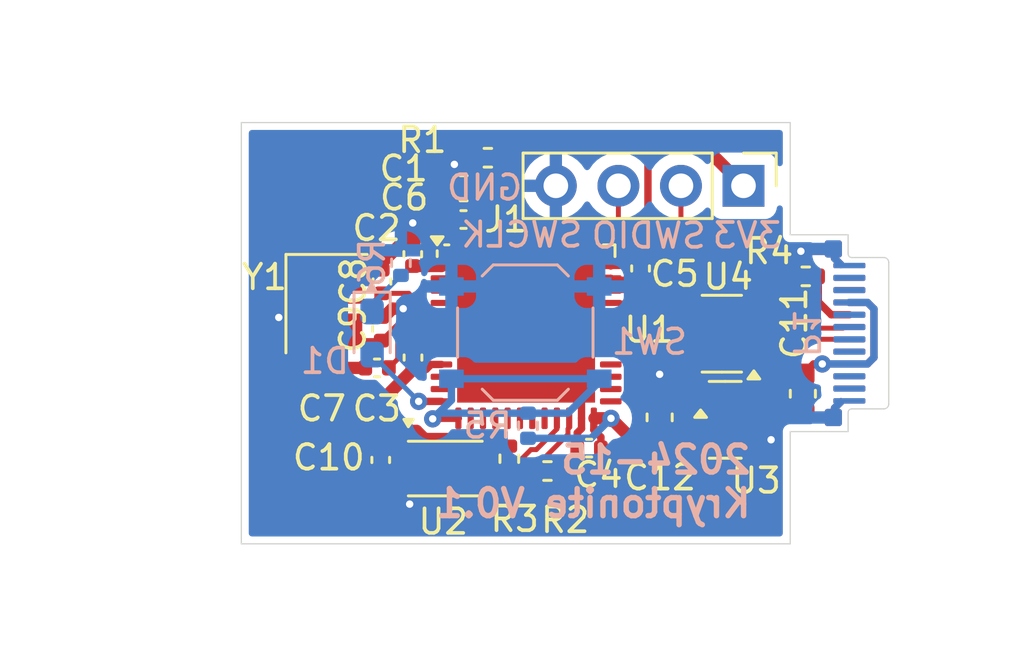
<source format=kicad_pcb>
(kicad_pcb (version 20240108) (generator "pcbnew") (generator_version "8.0")
  (layers (0 "F.Cu" signal) (31 "B.Cu" power) (34 "B.Paste" user) (35 "F.Paste" user) (36 "B.SilkS" user "B.Silkscreen") (37 "F.SilkS" user "F.Silkscreen") (38 "B.Mask" user) (39 "F.Mask" user) (44 "Edge.Cuts" user))
  (net 0 "")
  (net 2 "/HSE_OUT")
  (net 4 "+3V3")
  (net 6 "GND")
  (net 7 "/BOOT0")
  (net 10 "USB_D-")
  (net 16 "/SCL")
  (net 18 "VBUS")
  (net 19 "/NRST")
  (net 20 "/HSE_IN")
  (net 21 "/SWCLK")
  (net 22 "USB_D+")
  (net 24 "/LED_A")
  (net 25 "/SWDIO")
  (net 29 "/SDA")
  (net 33 "/LED_K")
  (net 34 "Net-(P1-CC)")
  (net 36 "/BTN")
  (net 47 "/USB_CONN_D-")
  (net 48 "/USB_CONN_D+")
  (footprint "Package_DFN_QFN:QFN-48-1EP_7x7mm_P0.5mm_EP5.6x5.6mm" (layer "F.Cu") (at 147.0725 98.69)
    (property "Reference" "U1" (at 4.9975 -0.16 180) (layer "F.SilkS"))
    (property "Value" "STM32F072CBUx")
    (fp_line (start -3.61 -3.135) (end -3.61 -3.37) (stroke (width 0.12)) (layer "F.SilkS"))
    (fp_line (start -3.135 -3.61) (end -3.31 -3.61) (stroke (width 0.12)) (layer "F.SilkS"))
    (fp_line (start 3.135 -3.61) (end 3.61 -3.61) (stroke (width 0.12)) (layer "F.SilkS"))
    (fp_line (start 3.61 -3.61) (end 3.61 -3.135) (stroke (width 0.12)) (layer "F.SilkS"))
    (fp_poly (pts (xy -3.61 -3.61) (xy -3.85 -3.94) (xy -3.37 -3.94) (xy -3.61 -3.61)) (stroke (width 0.12)) (fill solid) (layer "F.SilkS"))
    (pad "1" smd roundrect (at -3.4375 -2.75) (size 0.875 0.25) (layers "F.Cu" "F.Paste" "F.Mask") (net 4 "+3V3"))
    (pad "2" smd roundrect (at -3.4375 -2.25) (size 0.875 0.25) (layers "F.Cu" "F.Paste" "F.Mask"))
    (pad "3" smd roundrect (at -3.4375 -1.75) (size 0.875 0.25) (layers "F.Cu" "F.Paste" "F.Mask"))
    (pad "4" smd roundrect (at -3.4375 -1.25) (size 0.875 0.25) (layers "F.Cu" "F.Paste" "F.Mask"))
    (pad "5" smd roundrect (at -3.4375 -0.75) (size 0.875 0.25) (layers "F.Cu" "F.Paste" "F.Mask") (net 20 "/HSE_IN"))
    (pad "6" smd roundrect (at -3.4375 -0.25) (size 0.875 0.25) (layers "F.Cu" "F.Paste" "F.Mask") (net 2 "/HSE_OUT"))
    (pad "7" smd roundrect (at -3.4375 0.25) (size 0.875 0.25) (layers "F.Cu" "F.Paste" "F.Mask") (net 19 "/NRST"))
    (pad "8" smd roundrect (at -3.4375 0.75) (size 0.875 0.25) (layers "F.Cu" "F.Paste" "F.Mask") (net 6 "GND"))
    (pad "9" smd roundrect (at -3.4375 1.25) (size 0.875 0.25) (layers "F.Cu" "F.Paste" "F.Mask") (net 4 "+3V3"))
    (pad "10" smd roundrect (at -3.4375 1.75) (size 0.875 0.25) (layers "F.Cu" "F.Paste" "F.Mask"))
    (pad "11" smd roundrect (at -3.4375 2.25) (size 0.875 0.25) (layers "F.Cu" "F.Paste" "F.Mask"))
    (pad "12" smd roundrect (at -3.4375 2.75) (size 0.875 0.25) (layers "F.Cu" "F.Paste" "F.Mask") (net 24 "/LED_A"))
    (pad "13" smd roundrect (at -2.75 3.4375) (size 0.25 0.875) (layers "F.Cu" "F.Paste" "F.Mask") (net 36 "/BTN"))
    (pad "14" smd roundrect (at -2.25 3.4375) (size 0.25 0.875) (layers "F.Cu" "F.Paste" "F.Mask"))
    (pad "15" smd roundrect (at -1.75 3.4375) (size 0.25 0.875) (layers "F.Cu" "F.Paste" "F.Mask"))
    (pad "16" smd roundrect (at -1.25 3.4375) (size 0.25 0.875) (layers "F.Cu" "F.Paste" "F.Mask"))
    (pad "17" smd roundrect (at -0.75 3.4375) (size 0.25 0.875) (layers "F.Cu" "F.Paste" "F.Mask"))
    (pad "18" smd roundrect (at -0.25 3.4375) (size 0.25 0.875) (layers "F.Cu" "F.Paste" "F.Mask"))
    (pad "19" smd roundrect (at 0.25 3.4375) (size 0.25 0.875) (layers "F.Cu" "F.Paste" "F.Mask"))
    (pad "20" smd roundrect (at 0.75 3.4375) (size 0.25 0.875) (layers "F.Cu" "F.Paste" "F.Mask"))
    (pad "21" smd roundrect (at 1.25 3.4375) (size 0.25 0.875) (layers "F.Cu" "F.Paste" "F.Mask") (net 16 "/SCL"))
    (pad "22" smd roundrect (at 1.75 3.4375) (size 0.25 0.875) (layers "F.Cu" "F.Paste" "F.Mask") (net 29 "/SDA"))
    (pad "23" smd roundrect (at 2.25 3.4375) (size 0.25 0.875) (layers "F.Cu" "F.Paste" "F.Mask") (net 6 "GND"))
    (pad "24" smd roundrect (at 2.75 3.4375) (size 0.25 0.875) (layers "F.Cu" "F.Paste" "F.Mask") (net 4 "+3V3"))
    (pad "25" smd roundrect (at 3.4375 2.75) (size 0.875 0.25) (layers "F.Cu" "F.Paste" "F.Mask"))
    (pad "26" smd roundrect (at 3.4375 2.25) (size 0.875 0.25) (layers "F.Cu" "F.Paste" "F.Mask"))
    (pad "27" smd roundrect (at 3.4375 1.75) (size 0.875 0.25) (layers "F.Cu" "F.Paste" "F.Mask"))
    (pad "28" smd roundrect (at 3.4375 1.25) (size 0.875 0.25) (layers "F.Cu" "F.Paste" "F.Mask"))
    (pad "29" smd roundrect (at 3.4375 0.75) (size 0.875 0.25) (layers "F.Cu" "F.Paste" "F.Mask"))
    (pad "30" smd roundrect (at 3.4375 0.25) (size 0.875 0.25) (layers "F.Cu" "F.Paste" "F.Mask"))
    (pad "31" smd roundrect (at 3.4375 -0.25) (size 0.875 0.25) (layers "F.Cu" "F.Paste" "F.Mask"))
    (pad "32" smd roundrect (at 3.4375 -0.75) (size 0.875 0.25) (layers "F.Cu" "F.Paste" "F.Mask") (net 10 "USB_D-"))
    (pad "33" smd roundrect (at 3.4375 -1.25) (size 0.875 0.25) (layers "F.Cu" "F.Paste" "F.Mask") (net 22 "USB_D+"))
    (pad "34" smd roundrect (at 3.4375 -1.75) (size 0.875 0.25) (layers "F.Cu" "F.Paste" "F.Mask") (net 25 "/SWDIO"))
    (pad "35" smd roundrect (at 3.4375 -2.25) (size 0.875 0.25) (layers "F.Cu" "F.Paste" "F.Mask") (net 6 "GND"))
    (pad "36" smd roundrect (at 3.4375 -2.75) (size 0.875 0.25) (layers "F.Cu" "F.Paste" "F.Mask") (net 4 "+3V3"))
    (pad "37" smd roundrect (at 2.75 -3.4375) (size 0.25 0.875) (layers "F.Cu" "F.Paste" "F.Mask") (net 21 "/SWCLK"))
    (pad "38" smd roundrect (at 2.25 -3.4375) (size 0.25 0.875) (layers "F.Cu" "F.Paste" "F.Mask"))
    (pad "39" smd roundrect (at 1.75 -3.4375) (size 0.25 0.875) (layers "F.Cu" "F.Paste" "F.Mask"))
    (pad "40" smd roundrect (at 1.25 -3.4375) (size 0.25 0.875) (layers "F.Cu" "F.Paste" "F.Mask"))
    (pad "41" smd roundrect (at 0.75 -3.4375) (size 0.25 0.875) (layers "F.Cu" "F.Paste" "F.Mask"))
    (pad "42" smd roundrect (at 0.25 -3.4375) (size 0.25 0.875) (layers "F.Cu" "F.Paste" "F.Mask"))
    (pad "43" smd roundrect (at -0.25 -3.4375) (size 0.25 0.875) (layers "F.Cu" "F.Paste" "F.Mask"))
    (pad "44" smd roundrect (at -0.75 -3.4375) (size 0.25 0.875) (layers "F.Cu" "F.Paste" "F.Mask") (net 7 "/BOOT0"))
    (pad "45" smd roundrect (at -1.25 -3.4375) (size 0.25 0.875) (layers "F.Cu" "F.Paste" "F.Mask"))
    (pad "46" smd roundrect (at -1.75 -3.4375) (size 0.25 0.875) (layers "F.Cu" "F.Paste" "F.Mask"))
    (pad "47" smd roundrect (at -2.25 -3.4375) (size 0.25 0.875) (layers "F.Cu" "F.Paste" "F.Mask") (net 6 "GND"))
    (pad "48" smd roundrect (at -2.75 -3.4375) (size 0.25 0.875) (layers "F.Cu" "F.Paste" "F.Mask") (net 4 "+3V3"))
    (pad "49" smd rect (at 0 0) (size 5.6 5.6) (property pad_prop_heatsink) (layers "F.Cu" "F.Mask") (net 6 "GND"))
  )
  (footprint "Capacitor_SMD:C_0603_1608Metric" (layer "F.Cu") (at 152.495 102.09 90)
    (property "Reference" "C12" (at -2.440001 0.015 180) (layer "F.SilkS"))
    (property "Value" "10u")
    (fp_line (start -0.14058 -0.51) (end 0.14058 -0.51) (stroke (width 0.12)) (layer "F.SilkS"))
    (fp_line (start -0.14058 0.51) (end 0.14058 0.51) (stroke (width 0.12)) (layer "F.SilkS"))
    (pad "1" smd roundrect (at -0.775 0 90) (size 0.9 0.95) (layers "F.Cu" "F.Paste" "F.Mask") (net 4 "+3V3"))
    (pad "2" smd roundrect (at 0.775 0 90) (size 0.9 0.95) (layers "F.Cu" "F.Paste" "F.Mask") (net 6 "GND"))
  )
  (footprint "Capacitor_SMD:C_0402_1005Metric" (layer "F.Cu") (at 149.63 103.34 180)
    (property "Reference" "C4" (at -0.38 -1.090001 180) (layer "F.SilkS"))
    (property "Value" "100n")
    (fp_line (start -0.107836 0.36) (end 0.107836 0.36) (stroke (width 0.12)) (layer "F.SilkS"))
    (fp_line (start -0.107836 -0.36) (end 0.107836 -0.36) (stroke (width 0.12)) (layer "F.SilkS"))
    (pad "1" smd roundrect (at -0.48 0 180) (size 0.56 0.62) (layers "F.Cu" "F.Paste" "F.Mask") (net 4 "+3V3"))
    (pad "2" smd roundrect (at 0.48 0 180) (size 0.56 0.62) (layers "F.Cu" "F.Paste" "F.Mask") (net 6 "GND"))
  )
  (footprint "Capacitor_SMD:C_0402_1005Metric" (layer "F.Cu") (at 142.47 95.46 90)
    (property "Reference" "C2" (at 1.06 -1.47 180) (layer "F.SilkS"))
    (property "Value" "100n")
    (fp_line (start -0.107836 -0.36) (end 0.107836 -0.36) (stroke (width 0.12)) (layer "F.SilkS"))
    (fp_line (start -0.107836 0.36) (end 0.107836 0.36) (stroke (width 0.12)) (layer "F.SilkS"))
    (pad "1" smd roundrect (at -0.48 0 90) (size 0.56 0.62) (layers "F.Cu" "F.Paste" "F.Mask") (net 4 "+3V3"))
    (pad "2" smd roundrect (at 0.48 0 90) (size 0.56 0.62) (layers "F.Cu" "F.Paste" "F.Mask") (net 6 "GND"))
  )
  (footprint "Resistor_SMD:R_0402_1005Metric" (layer "F.Cu") (at 146.39 103.77 -90)
    (property "Reference" "R3" (at 2.45 -0.22 180) (layer "F.SilkS"))
    (property "Value" "4k7")
    (fp_line (start -0.153641 0.38) (end 0.153641 0.38) (stroke (width 0.12)) (layer "F.SilkS"))
    (fp_line (start -0.153641 -0.38) (end 0.153641 -0.38) (stroke (width 0.12)) (layer "F.SilkS"))
    (pad "1" smd roundrect (at -0.51 0 270) (size 0.54 0.64) (layers "F.Cu" "F.Paste" "F.Mask") (net 4 "+3V3"))
    (pad "2" smd roundrect (at 0.51 0 270) (size 0.54 0.64) (layers "F.Cu" "F.Paste" "F.Mask") (net 16 "/SCL"))
  )
  (footprint "Crystal:Crystal_SMD_3225-4Pin_3.2x2.5mm" (layer "F.Cu") (at 138.97 97.47 -90)
    (property "Reference" "Y1" (at -1.08 2.52 0) (layer "F.SilkS"))
    (property "Value" "8MHz")
    (fp_line (start -2 1.65) (end 2 1.65) (stroke (width 0.12)) (layer "F.SilkS"))
    (fp_line (start -2 -1.65) (end -2 1.65) (stroke (width 0.12)) (layer "F.SilkS"))
    (pad "1" smd rect (at -1.1 0.85 270) (size 1.4 1.2) (layers "F.Cu" "F.Paste" "F.Mask") (net 20 "/HSE_IN"))
    (pad "2" smd rect (at 1.1 0.85 270) (size 1.4 1.2) (layers "F.Cu" "F.Paste" "F.Mask") (net 6 "GND"))
    (pad "3" smd rect (at 1.1 -0.85 270) (size 1.4 1.2) (layers "F.Cu" "F.Paste" "F.Mask") (net 2 "/HSE_OUT"))
    (pad "4" smd rect (at -1.1 -0.85 270) (size 1.4 1.2) (layers "F.Cu" "F.Paste" "F.Mask") (net 6 "GND"))
  )
  (footprint "Capacitor_SMD:C_0402_1005Metric" (layer "F.Cu") (at 141.17 103.82 -90)
    (property "Reference" "C10" (at -0.1 2.11 180) (layer "F.SilkS"))
    (property "Value" "100n")
    (fp_line (start -0.107836 0.36) (end 0.107836 0.36) (stroke (width 0.12)) (layer "F.SilkS"))
    (fp_line (start -0.107836 -0.36) (end 0.107836 -0.36) (stroke (width 0.12)) (layer "F.SilkS"))
    (pad "1" smd roundrect (at -0.48 0 270) (size 0.56 0.62) (layers "F.Cu" "F.Paste" "F.Mask") (net 4 "+3V3"))
    (pad "2" smd roundrect (at 0.48 0 270) (size 0.56 0.62) (layers "F.Cu" "F.Paste" "F.Mask") (net 6 "GND"))
  )
  (footprint "Resistor_SMD:R_0402_1005Metric" (layer "F.Cu") (at 158.4275 96.36)
    (property "Reference" "R4" (at -1.4875 -1.02 0) (layer "F.SilkS"))
    (property "Value" "4k7")
    (fp_line (start -0.153641 -0.38) (end 0.153641 -0.38) (stroke (width 0.12)) (layer "F.SilkS"))
    (fp_line (start -0.153641 0.38) (end 0.153641 0.38) (stroke (width 0.12)) (layer "F.SilkS"))
    (pad "1" smd roundrect (at -0.51 0) (size 0.54 0.64) (layers "F.Cu" "F.Paste" "F.Mask") (net 6 "GND"))
    (pad "2" smd roundrect (at 0.51 0) (size 0.54 0.64) (layers "F.Cu" "F.Paste" "F.Mask") (net 34 "Net-(P1-CC)"))
  )
  (footprint "Resistor_SMD:R_0402_1005Metric" (layer "F.Cu") (at 147.94 104.27 180)
    (property "Reference" "R2" (at -0.72 -1.99 180) (layer "F.SilkS"))
    (property "Value" "4k7")
    (fp_line (start -0.153641 0.38) (end 0.153641 0.38) (stroke (width 0.12)) (layer "F.SilkS"))
    (fp_line (start -0.153641 -0.38) (end 0.153641 -0.38) (stroke (width 0.12)) (layer "F.SilkS"))
    (pad "1" smd roundrect (at -0.51 0 180) (size 0.54 0.64) (layers "F.Cu" "F.Paste" "F.Mask") (net 4 "+3V3"))
    (pad "2" smd roundrect (at 0.51 0 180) (size 0.54 0.64) (layers "F.Cu" "F.Paste" "F.Mask") (net 29 "/SDA"))
  )
  (footprint "Capacitor_SMD:C_0402_1005Metric" (layer "F.Cu") (at 141.02 100.08)
    (property "Reference" "C7" (at -2.24 1.65 0) (layer "F.SilkS"))
    (property "Value" "100n")
    (fp_line (start -0.107836 -0.36) (end 0.107836 -0.36) (stroke (width 0.12)) (layer "F.SilkS"))
    (fp_line (start -0.107836 0.36) (end 0.107836 0.36) (stroke (width 0.12)) (layer "F.SilkS"))
    (pad "1" smd roundrect (at -0.48 0) (size 0.56 0.62) (layers "F.Cu" "F.Paste" "F.Mask") (net 6 "GND"))
    (pad "2" smd roundrect (at 0.48 0) (size 0.56 0.62) (layers "F.Cu" "F.Paste" "F.Mask") (net 19 "/NRST"))
  )
  (footprint "Package_DFN_QFN:DFN-8-1EP_3x2mm_P0.5mm_EP1.3x1.5mm" (layer "F.Cu") (at 143.79 104.17)
    (property "Reference" "U2" (at -0.08 2.160001 180) (layer "F.SilkS"))
    (property "Value" "ATECC608B-MAHDA")
    (fp_line (start -1.5 -1.11) (end 1.5 -1.11) (stroke (width 0.12)) (layer "F.SilkS"))
    (fp_line (start -1.5 1.11) (end 1.5 1.11) (stroke (width 0.12)) (layer "F.SilkS"))
    (fp_poly (pts (xy -1.5 -1.7) (xy -1.68 -2) (xy -1.3 -2) (xy -1.5 -1.7)) (stroke (width 0.12)) (fill solid) (layer "F.SilkS"))
    (pad "1" smd rect (at -1.45 -0.75) (size 0.75 0.3) (layers "F.Cu" "F.Paste" "F.Mask"))
    (pad "2" smd rect (at -1.45 -0.25) (size 0.75 0.3) (layers "F.Cu" "F.Paste" "F.Mask"))
    (pad "3" smd rect (at -1.45 0.25) (size 0.75 0.3) (layers "F.Cu" "F.Paste" "F.Mask"))
    (pad "4" smd rect (at -1.45 0.75) (size 0.75 0.3) (layers "F.Cu" "F.Paste" "F.Mask") (net 6 "GND"))
    (pad "5" smd rect (at 1.45 0.75) (size 0.75 0.3) (layers "F.Cu" "F.Paste" "F.Mask") (net 29 "/SDA"))
    (pad "6" smd rect (at 1.45 0.25) (size 0.75 0.3) (layers "F.Cu" "F.Paste" "F.Mask") (net 16 "/SCL"))
    (pad "7" smd rect (at 1.45 -0.25) (size 0.75 0.3) (layers "F.Cu" "F.Paste" "F.Mask"))
    (pad "8" smd rect (at 1.45 -0.75) (size 0.75 0.3) (layers "F.Cu" "F.Paste" "F.Mask") (net 4 "+3V3"))
    (pad "9" smd rect (at 0 0) (size 1.3 1.5) (layers "F.Cu" "F.Mask") (net 6 "GND"))
  )
  (footprint "Capacitor_SMD:C_0603_1608Metric" (layer "F.Cu") (at 158.31 101.13 -90)
    (property "Reference" "C11" (at -2.86 0.35 90) (layer "F.SilkS"))
    (property "Value" "10u")
    (fp_line (start -0.14058 0.51) (end 0.14058 0.51) (stroke (width 0.12)) (layer "F.SilkS"))
    (fp_line (start -0.14058 -0.51) (end 0.14058 -0.51) (stroke (width 0.12)) (layer "F.SilkS"))
    (pad "1" smd roundrect (at -0.775 0 270) (size 0.9 0.95) (layers "F.Cu" "F.Paste" "F.Mask") (net 18 "VBUS"))
    (pad "2" smd roundrect (at 0.775 0 270) (size 0.9 0.95) (layers "F.Cu" "F.Paste" "F.Mask") (net 6 "GND"))
  )
  (footprint "type-c:TYPE-C-31-G-01" (layer "F.Cu") (at 161.7975 98.67 90)
    (property "Reference" "P1" (at 0 -3.3675 -90) (layer "B.SilkS") (effects (justify mirror)))
    (property "Value" "USB_C_Plug_USB2.0")
    (fp_line (start 4 -4) (end 4 -1.65) (stroke (width 0.05)) (layer "Edge.Cuts"))
    (fp_line (start -4 -4) (end -4 -1.65) (stroke (width 0.05)) (layer "Edge.Cuts"))
    (fp_line (start 3.225 -1.65) (end 4 -1.65) (stroke (width 0.05)) (layer "Edge.Cuts"))
    (fp_line (start -3.225 -1.65) (end -4 -1.65) (stroke (width 0.05)) (layer "Edge.Cuts"))
    (fp_line (start 3.075 -0.2) (end 3.075 -1.5) (stroke (width 0.05)) (layer "Edge.Cuts"))
    (fp_line (start -3.075 -0.2) (end -3.075 -1.5) (stroke (width 0.05)) (layer "Edge.Cuts"))
    (fp_line (start -2.875 0) (end 2.875 0) (stroke (width 0.05)) (layer "Edge.Cuts"))
    (fp_arc (start -3.225 -1.65) (mid -3.118934 -1.606066) (end -3.075 -1.5) (stroke (width 0.05)) (layer "Edge.Cuts"))
    (fp_arc (start 3.075 -1.5) (mid 3.118934 -1.606066) (end 3.225 -1.65) (stroke (width 0.05)) (layer "Edge.Cuts"))
    (fp_arc (start 3.075 -0.2) (mid 3.016421 -0.058579) (end 2.875 0) (stroke (width 0.05)) (layer "Edge.Cuts"))
    (fp_arc (start -2.875 0) (mid -3.016421 -0.058579) (end -3.075 -0.2) (stroke (width 0.05)) (layer "Edge.Cuts"))
    (pad "A1" smd roundrect (at -3.425 -2.25 90) (size 0.7 0.7) (layers "F.Cu" "F.Paste" "F.Mask") (roundrect_rratio 0.16) (net 6 "GND"))
    (pad "A1" smd roundrect (at -3.425 -2.25 90) (size 0.7 0.7) (layers "B.Cu" "B.Paste" "B.Mask") (roundrect_rratio 0.16) (net 6 "GND"))
    (pad "A1" smd roundrect (at 2.75 -1.6 90) (size 0.22 1.3) (layers "F.Cu" "F.Paste" "F.Mask") (net 6 "GND"))
    (pad "A1" smd roundrect (at 3.425 -2.25 90) (size 0.7 0.7) (layers "F.Cu" "F.Paste" "F.Mask") (roundrect_rratio 0.16) (net 6 "GND"))
    (pad "A1" smd roundrect (at 3.425 -2.25 90) (size 0.7 0.7) (layers "B.Cu" "B.Paste" "B.Mask") (roundrect_rratio 0.16) (net 6 "GND"))
    (pad "A2" smd roundrect (at 2.25 -1.6 90) (size 0.25 1.3) (layers "F.Cu" "F.Paste" "F.Mask"))
    (pad "A3" smd roundrect (at 1.75 -1.6 90) (size 0.25 1.3) (layers "F.Cu" "F.Paste" "F.Mask"))
    (pad "A4" smd roundrect (at 1.25 -1.6 90) (size 0.25 1.3) (layers "F.Cu" "F.Paste" "F.Mask") (net 18 "VBUS"))
    (pad "A5" smd roundrect (at 0.75 -1.6 90) (size 0.25 1.3) (layers "F.Cu" "F.Paste" "F.Mask") (net 34 "Net-(P1-CC)"))
    (pad "A6" smd roundrect (at 0.25 -1.6 90) (size 0.25 1.3) (layers "F.Cu" "F.Paste" "F.Mask"))
    (pad "A7" smd roundrect (at -0.25 -1.6 90) (size 0.25 1.3) (layers "F.Cu" "F.Paste" "F.Mask"))
    (pad "A8" smd roundrect (at -0.75 -1.6 90) (size 0.25 1.3) (layers "F.Cu" "F.Paste" "F.Mask"))
    (pad "A9" smd roundrect (at -1.25 -1.6 90) (size 0.25 1.3) (layers "F.Cu" "F.Paste" "F.Mask") (net 18 "VBUS"))
    (pad "A10" smd roundrect (at -1.75 -1.6 90) (size 0.25 1.3) (layers "F.Cu" "F.Paste" "F.Mask"))
    (pad "A11" smd roundrect (at -2.25 -1.6 90) (size 0.25 1.3) (layers "F.Cu" "F.Paste" "F.Mask"))
    (pad "A12" smd roundrect (at -2.75 -1.6 90) (size 0.22 1.3) (layers "F.Cu" "F.Paste" "F.Mask") (net 6 "GND"))
    (pad "B1" smd roundrect (at -2.75 -1.6 90) (size 0.22 1.3) (layers "B.Cu" "B.Paste" "B.Mask") (net 6 "GND"))
    (pad "B2" smd roundrect (at -2.25 -1.6 90) (size 0.25 1.3) (layers "B.Cu" "B.Paste" "B.Mask"))
    (pad "B3" smd roundrect (at -1.75 -1.6 90) (size 0.25 1.3) (layers "B.Cu" "B.Paste" "B.Mask"))
    (pad "B4" smd roundrect (at -1.25 -1.6 90) (size 0.25 1.3) (layers "B.Cu" "B.Paste" "B.Mask") (net 18 "VBUS"))
    (pad "B5" smd roundrect (at -0.75 -1.6 90) (size 0.25 1.3) (layers "B.Cu" "B.Paste" "B.Mask"))
    (pad "B6" smd roundrect (at -0.25 -1.6 90) (size 0.25 1.3) (layers "B.Cu" "B.Paste" "B.Mask"))
    (pad "B7" smd roundrect (at 0.25 -1.6 90) (size 0.25 1.3) (layers "B.Cu" "B.Paste" "B.Mask"))
    (pad "B8" smd roundrect (at 0.75 -1.6 90) (size 0.25 1.3) (layers "B.Cu" "B.Paste" "B.Mask"))
    (pad "B9" smd roundrect (at 1.25 -1.6 90) (size 0.25 1.3) (layers "B.Cu" "B.Paste" "B.Mask") (net 18 "VBUS"))
    (pad "B10" smd roundrect (at 1.75 -1.6 90) (size 0.25 1.3) (layers "B.Cu" "B.Paste" "B.Mask"))
    (pad "B11" smd roundrect (at 2.25 -1.6 90) (size 0.25 1.3) (layers "B.Cu" "B.Paste" "B.Mask"))
    (pad "B12" smd roundrect (at 2.75 -1.6 90) (size 0.22 1.3) (layers "B.Cu" "B.Paste" "B.Mask") (net 6 "GND"))
  )
  (footprint "Package_TO_SOT_SMD:SOT-23" (layer "F.Cu") (at 155.1575 102.19)
    (property "Reference" "U3" (at 1.2525 2.47 0) (layer "F.SilkS"))
    (property "Value" "MCP1700x-330xxTT")
    (fp_line (start 0 -1.56) (end -0.65 -1.56) (stroke (width 0.12)) (layer "F.SilkS"))
    (fp_line (start 0 -1.56) (end 0.65 -1.56) (stroke (width 0.12)) (layer "F.SilkS"))
    (fp_line (start 0 1.56) (end -0.65 1.56) (stroke (width 0.12)) (layer "F.SilkS"))
    (fp_line (start 0 1.56) (end 0.65 1.56) (stroke (width 0.12)) (layer "F.SilkS"))
    (fp_poly (pts (xy -1 -0.4) (xy -1.24 -0.1) (xy -0.76 -0.1) (xy -1 -0.4)) (stroke (width 0.12)) (fill solid) (layer "F.SilkS"))
    (pad "1" smd roundrect (at -0.9375 -0.95) (size 1.475 0.6) (layers "F.Cu" "F.Paste" "F.Mask") (net 6 "GND"))
    (pad "2" smd roundrect (at -0.9375 0.95) (size 1.475 0.6) (layers "F.Cu" "F.Paste" "F.Mask") (net 4 "+3V3"))
    (pad "3" smd roundrect (at 0.9375 0) (size 1.475 0.6) (layers "F.Cu" "F.Paste" "F.Mask") (net 18 "VBUS"))
  )
  (footprint "Capacitor_SMD:C_0402_1005Metric" (layer "F.Cu") (at 141.22 96.57 90)
    (property "Reference" "C8" (at 0 -1.16 90) (layer "F.SilkS"))
    (property "Value" "33p")
    (fp_line (start -0.107836 -0.36) (end 0.107836 -0.36) (stroke (width 0.12)) (layer "F.SilkS"))
    (fp_line (start -0.107836 0.36) (end 0.107836 0.36) (stroke (width 0.12)) (layer "F.SilkS"))
    (pad "1" smd roundrect (at -0.48 0 90) (size 0.56 0.62) (layers "F.Cu" "F.Paste" "F.Mask") (net 20 "/HSE_IN"))
    (pad "2" smd roundrect (at 0.48 0 90) (size 0.56 0.62) (layers "F.Cu" "F.Paste" "F.Mask") (net 6 "GND"))
  )
  (footprint "Resistor_SMD:R_0402_1005Metric" (layer "F.Cu") (at 145.52 91.54)
    (property "Reference" "R1" (at -2.66 -0.72 180) (layer "F.SilkS"))
    (property "Value" "10k")
    (fp_line (start -0.153641 -0.38) (end 0.153641 -0.38) (stroke (width 0.12)) (layer "F.SilkS"))
    (fp_line (start -0.153641 0.38) (end 0.153641 0.38) (stroke (width 0.12)) (layer "F.SilkS"))
    (pad "1" smd roundrect (at -0.51 0) (size 0.54 0.64) (layers "F.Cu" "F.Paste" "F.Mask") (net 6 "GND"))
    (pad "2" smd roundrect (at 0.51 0) (size 0.54 0.64) (layers "F.Cu" "F.Paste" "F.Mask") (net 7 "/BOOT0"))
  )
  (footprint "Capacitor_SMD:C_0402_1005Metric" (layer "F.Cu") (at 151.72 96.04 -90)
    (property "Reference" "C5" (at 0.22 -1.39 180) (layer "F.SilkS"))
    (property "Value" "100n")
    (fp_line (start -0.107836 0.36) (end 0.107836 0.36) (stroke (width 0.12)) (layer "F.SilkS"))
    (fp_line (start -0.107836 -0.36) (end 0.107836 -0.36) (stroke (width 0.12)) (layer "F.SilkS"))
    (pad "1" smd roundrect (at -0.48 0 270) (size 0.56 0.62) (layers "F.Cu" "F.Paste" "F.Mask") (net 4 "+3V3"))
    (pad "2" smd roundrect (at 0.48 0 270) (size 0.56 0.62) (layers "F.Cu" "F.Paste" "F.Mask") (net 6 "GND"))
  )
  (footprint "Capacitor_SMD:C_0402_1005Metric" (layer "F.Cu") (at 142.48 99.66 90)
    (property "Reference" "C3" (at -2.070001 -1.47 180) (layer "F.SilkS"))
    (property "Value" "100n")
    (fp_line (start -0.107836 -0.36) (end 0.107836 -0.36) (stroke (width 0.12)) (layer "F.SilkS"))
    (fp_line (start -0.107836 0.36) (end 0.107836 0.36) (stroke (width 0.12)) (layer "F.SilkS"))
    (pad "1" smd roundrect (at -0.48 0 90) (size 0.56 0.62) (layers "F.Cu" "F.Paste" "F.Mask") (net 4 "+3V3"))
    (pad "2" smd roundrect (at 0.48 0 90) (size 0.56 0.62) (layers "F.Cu" "F.Paste" "F.Mask") (net 6 "GND"))
  )
  (footprint "Capacitor_SMD:C_0402_1005Metric" (layer "F.Cu") (at 141.2 98.49 90)
    (property "Reference" "C9" (at 0 -1.16 90) (layer "F.SilkS"))
    (property "Value" "33p")
    (fp_line (start -0.107836 -0.36) (end 0.107836 -0.36) (stroke (width 0.12)) (layer "F.SilkS"))
    (fp_line (start -0.107836 0.36) (end 0.107836 0.36) (stroke (width 0.12)) (layer "F.SilkS"))
    (pad "1" smd roundrect (at -0.48 0 90) (size 0.56 0.62) (layers "F.Cu" "F.Paste" "F.Mask") (net 2 "/HSE_OUT"))
    (pad "2" smd roundrect (at 0.48 0 90) (size 0.56 0.62) (layers "F.Cu" "F.Paste" "F.Mask") (net 6 "GND"))
  )
  (footprint "Connector_PinHeader_2.54mm:PinHeader_1x04_P2.54mm_Vertical" (layer "F.Cu") (at 155.9 92.68 -90)
    (property "Reference" "J1" (at 1.37 9.66 180) (layer "F.SilkS"))
    (property "Value" "Conn_01x04_Pin" (hide yes))
    (fp_line (start -1.33 8.95) (end 1.33 8.95) (stroke (width 0.12)) (layer "F.SilkS"))
    (fp_line (start -1.33 1.27) (end -1.33 8.95) (stroke (width 0.12)) (layer "F.SilkS"))
    (fp_line (start -1.33 1.27) (end 1.33 1.27) (stroke (width 0.12)) (layer "F.SilkS"))
    (fp_line (start 1.33 1.27) (end 1.33 8.95) (stroke (width 0.12)) (layer "F.SilkS"))
    (fp_line (start -1.33 0) (end -1.33 -1.33) (stroke (width 0.12)) (layer "F.SilkS"))
    (fp_line (start -1.33 -1.33) (end 0 -1.33) (stroke (width 0.12)) (layer "F.SilkS"))
    (pad "1" thru_hole rect (at 0 0 270) (size 1.7 1.7) (drill 1) (layers "*.Cu" "*.Mask") (net 4 "+3V3"))
    (pad "2" thru_hole oval (at 0 2.54 270) (size 1.7 1.7) (drill 1) (layers "*.Cu" "*.Mask") (net 25 "/SWDIO"))
    (pad "3" thru_hole oval (at 0 5.08 270) (size 1.7 1.7) (drill 1) (layers "*.Cu" "*.Mask") (net 21 "/SWCLK"))
    (pad "4" thru_hole oval (at 0 7.62 270) (size 1.7 1.7) (drill 1) (layers "*.Cu" "*.Mask") (net 6 "GND"))
  )
  (footprint "Package_TO_SOT_SMD:SOT-23-6" (layer "F.Cu") (at 155.02 98.69 180)
    (property "Reference" "U4" (at -0.26 2.31 0) (layer "F.SilkS"))
    (property "Value" "USBLC6-2SC6")
    (fp_line (start 0 1.56) (end 0.8 1.56) (stroke (width 0.12)) (layer "F.SilkS"))
    (fp_line (start 0 1.56) (end -0.8 1.56) (stroke (width 0.12)) (layer "F.SilkS"))
    (fp_line (start 0 -1.56) (end 0.8 -1.56) (stroke (width 0.12)) (layer "F.SilkS"))
    (fp_line (start 0 -1.56) (end -0.8 -1.56) (stroke (width 0.12)) (layer "F.SilkS"))
    (fp_poly (pts (xy -1.3 -1.51) (xy -1.54 -1.84) (xy -1.06 -1.84) (xy -1.3 -1.51)) (stroke (width 0.12)) (fill solid) (layer "F.SilkS"))
    (pad "1" smd roundrect (at -1.1375 -0.95 180) (size 1.325 0.6) (layers "F.Cu" "F.Paste" "F.Mask") (net 47 "/USB_CONN_D-"))
    (pad "2" smd roundrect (at -1.1375 0 180) (size 1.325 0.6) (layers "F.Cu" "F.Paste" "F.Mask") (net 6 "GND"))
    (pad "3" smd roundrect (at -1.1375 0.95 180) (size 1.325 0.6) (layers "F.Cu" "F.Paste" "F.Mask") (net 48 "/USB_CONN_D+"))
    (pad "4" smd roundrect (at 1.1375 0.95 180) (size 1.325 0.6) (layers "F.Cu" "F.Paste" "F.Mask") (net 22 "USB_D+"))
    (pad "5" smd roundrect (at 1.1375 0 180) (size 1.325 0.6) (layers "F.Cu" "F.Paste" "F.Mask") (net 18 "VBUS"))
    (pad "6" smd roundrect (at 1.1375 -0.95 180) (size 1.325 0.6) (layers "F.Cu" "F.Paste" "F.Mask") (net 10 "USB_D-") (clearance 0.127))
  )
  (footprint "Capacitor_SMD:C_0603_1608Metric" (layer "F.Cu") (at 144.535 92.78)
    (property "Reference" "C1" (at -2.435 -0.8 0) (layer "F.SilkS"))
    (property "Value" "10u")
    (fp_line (start -0.14058 -0.51) (end 0.14058 -0.51) (stroke (width 0.12)) (layer "F.SilkS"))
    (fp_line (start -0.14058 0.51) (end 0.14058 0.51) (stroke (width 0.12)) (layer "F.SilkS"))
    (pad "1" smd roundrect (at -0.775 0) (size 0.9 0.95) (layers "F.Cu" "F.Paste" "F.Mask") (net 4 "+3V3"))
    (pad "2" smd roundrect (at 0.775 0) (size 0.9 0.95) (layers "F.Cu" "F.Paste" "F.Mask") (net 6 "GND"))
  )
  (footprint "Capacitor_SMD:C_0402_1005Metric" (layer "F.Cu") (at 144.53 94.05)
    (property "Reference" "C6" (at -2.41 -0.89 180) (layer "F.SilkS"))
    (property "Value" "100n")
    (fp_line (start -0.107836 -0.36) (end 0.107836 -0.36) (stroke (width 0.12)) (layer "F.SilkS"))
    (fp_line (start -0.107836 0.36) (end 0.107836 0.36) (stroke (width 0.12)) (layer "F.SilkS"))
    (pad "1" smd roundrect (at -0.48 0) (size 0.56 0.62) (layers "F.Cu" "F.Paste" "F.Mask") (net 4 "+3V3"))
    (pad "2" smd roundrect (at 0.48 0) (size 0.56 0.62) (layers "F.Cu" "F.Paste" "F.Mask") (net 6 "GND"))
  )
  (footprint "LED_SMD:LED_0603_1608Metric_Pad1.05x0.95mm_HandSolder" (layer "B.Cu") (at 140.82 98.6625 -90)
    (property "Reference" "D1" (at 1.1375 1.92 0) (layer "B.SilkS") (effects (justify mirror)))
    (property "Value" "GR")
    (fp_line (start -1.66 0.735) (end 0.8 0.735) (stroke (width 0.12)) (layer "B.SilkS"))
    (fp_line (start -1.66 -0.735) (end -1.66 0.735) (stroke (width 0.12)) (layer "B.SilkS"))
    (fp_line (start 0.8 -0.735) (end -1.66 -0.735) (stroke (width 0.12)) (layer "B.SilkS"))
    (pad "1" smd roundrect (at -0.875 0 270) (size 1.05 0.95) (layers "B.Cu" "B.Paste" "B.Mask") (net 33 "/LED_K"))
    (pad "2" smd roundrect (at 0.875 0 270) (size 1.05 0.95) (layers "B.Cu" "B.Paste" "B.Mask") (net 24 "/LED_A"))
  )
  (footprint "Button_Switch_SMD:SW_Push_1P1T_XKB_TS-1187A" (layer "B.Cu") (at 147.04 98.645)
    (property "Reference" "SW1" (at 5.04 0.375 0) (layer "B.SilkS") (effects (justify mirror)))
    (property "Value" "SW_Push")
    (fp_line (start -2.75 -1) (end -2.75 1) (stroke (width 0.12)) (layer "B.SilkS"))
    (fp_line (start -1.3 -2.75) (end -1.75 -2.3) (stroke (width 0.12)) (layer "B.SilkS"))
    (fp_line (start -1.3 2.75) (end -1.75 2.3) (stroke (width 0.12)) (layer "B.SilkS"))
    (fp_line (start 1.3 -2.75) (end -1.3 -2.75) (stroke (width 0.12)) (layer "B.SilkS"))
    (fp_line (start 1.3 -2.75) (end 1.75 -2.3) (stroke (width 0.12)) (layer "B.SilkS"))
    (fp_line (start 1.3 2.75) (end -1.3 2.75) (stroke (width 0.12)) (layer "B.SilkS"))
    (fp_line (start 1.3 2.75) (end 1.75 2.3) (stroke (width 0.12)) (layer "B.SilkS"))
    (fp_line (start 2.75 -1) (end 2.75 1) (stroke (width 0.12)) (layer "B.SilkS"))
    (pad "1" smd rect (at -3 1.875) (size 1 0.75) (layers "B.Cu" "B.Paste" "B.Mask") (net 36 "/BTN"))
    (pad "1" smd rect (at 3 1.875) (size 1 0.75) (layers "B.Cu" "B.Paste" "B.Mask") (net 36 "/BTN"))
    (pad "2" smd rect (at -3 -1.875) (size 1 0.75) (layers "B.Cu" "B.Paste" "B.Mask") (net 6 "GND"))
    (pad "2" smd rect (at 3 -1.875) (size 1 0.75) (layers "B.Cu" "B.Paste" "B.Mask") (net 6 "GND"))
  )
  (footprint "Resistor_SMD:R_0402_1005Metric" (layer "B.Cu") (at 147.15 102.43 -90)
    (property "Reference" "R5" (at 0.000001 1.64 180) (layer "B.SilkS") (effects (justify mirror)))
    (property "Value" "10k")
    (fp_line (start 0.153641 0.38) (end -0.153641 0.38) (stroke (width 0.12)) (layer "B.SilkS"))
    (fp_line (start 0.153641 -0.38) (end -0.153641 -0.38) (stroke (width 0.12)) (layer "B.SilkS"))
    (pad "1" smd roundrect (at -0.51 0 270) (size 0.54 0.64) (layers "B.Cu" "B.Paste" "B.Mask") (net 36 "/BTN"))
    (pad "2" smd roundrect (at 0.51 0 270) (size 0.54 0.64) (layers "B.Cu" "B.Paste" "B.Mask") (net 4 "+3V3"))
  )
  (footprint "Resistor_SMD:R_0402_1005Metric" (layer "B.Cu") (at 141.99 95.81 -90)
    (property "Reference" "R6" (at 0 1.17 90) (layer "B.SilkS") (effects (justify mirror)))
    (property "Value" "68")
    (fp_line (start 0.153641 0.38) (end -0.153641 0.38) (stroke (width 0.12)) (layer "B.SilkS"))
    (fp_line (start 0.153641 -0.38) (end -0.153641 -0.38) (stroke (width 0.12)) (layer "B.SilkS"))
    (pad "1" smd roundrect (at -0.51 0 270) (size 0.54 0.64) (layers "B.Cu" "B.Paste" "B.Mask") (net 6 "GND"))
    (pad "2" smd roundrect (at 0.51 0 270) (size 0.54 0.64) (layers "B.Cu" "B.Paste" "B.Mask") (net 33 "/LED_K"))
  )
  (gr_poly (pts (xy 140.6 97) (xy 140.8 96.6) (xy 141 97)) (stroke (width 0.1)) (fill solid) (layer "B.SilkS"))
  (gr_line (start 157.7975 102.67) (end 157.7975 107.230001) (stroke (width 0.05)) (layer "Edge.Cuts"))
  (gr_line (start 157.7975 107.230001) (end 135.51 107.230002) (stroke (width 0.05)) (layer "Edge.Cuts"))
  (gr_line (start 157.7975 90.11) (end 135.51 90.11) (stroke (width 0.05)) (layer "Edge.Cuts"))
  (gr_line (start 157.7975 94.67) (end 157.7975 90.109999) (stroke (width 0.05)) (layer "Edge.Cuts"))
  (gr_line (start 135.51 107.230001) (end 135.51 90.11) (stroke (width 0.05)) (layer "Edge.Cuts"))
  (gr_text "3V3" (at 157.52 95.28 0) (layer "B.SilkS") (effects (font (size 1 1)) (justify left bottom mirror)))
  (gr_text "SWCLK" (at 149.45 95.25 0) (layer "B.SilkS") (effects (font (size 1 1)) (justify left bottom mirror)))
  (gr_text "GND" (at 147.01 93.34 0) (layer "B.SilkS") (effects (font (size 1 1)) (justify left bottom mirror)))
  (gr_text "SWDIO" (at 154.46 95.29 0) (layer "B.SilkS") (effects (font (size 1 1)) (justify left bottom mirror)))
  (gr_text "2024-15\nKryptonite V0.1" (at 156.31 106.230001 0) (layer "B.SilkS") (effects (font (size 1.1 1.1) (thickness 0.22) (bold yes)) (justify left bottom mirror)))
  (segment (start 143.044249 98.273) (end 141.897 98.273) (width 0.2) (layer "F.Cu") (net 2))
  (segment (start 141.897 98.273) (end 141.2 98.97) (width 0.2) (layer "F.Cu") (net 2))
  (segment (start 143.211249 98.44) (end 143.044249 98.273) (width 0.2) (layer "F.Cu") (net 2))
  (segment (start 141.2 98.97) (end 140.22 98.97) (width 0.2) (layer "F.Cu") (net 2))
  (segment (start 143.635 98.44) (end 143.211249 98.44) (width 0.2) (layer "F.Cu") (net 2))
  (segment (start 143.76 93.76) (end 144.05 94.05) (width 0.5) (layer "F.Cu") (net 4))
  (segment (start 149.489999 104.27) (end 150.11 103.649999) (width 0.5) (layer "F.Cu") (net 4))
  (segment (start 142.47 95.94) (end 143.07422 95.94) (width 0.5) (layer "F.Cu") (net 4))
  (segment (start 144.2955 95.2795) (end 144.2955 95.2525) (width 0.5) (layer "F.Cu") (net 4))
  (segment (start 149.825 102.13) (end 149.8225 102.1275) (width 0.3) (layer "F.Cu") (net 4))
  (segment (start 144.89 102.97) (end 145.07 102.97) (width 0.5) (layer "F.Cu") (net 4))
  (segment (start 143.015642 100.14) (end 142.48 100.14) (width 0.3) (layer "F.Cu") (net 4))
  (segment (start 143.215642 99.94) (end 143.015642 100.14) (width 0.3) (layer "F.Cu") (net 4))
  (segment (start 143.967624 90.77) (end 143.27 91.467624) (width 0.5) (layer "F.Cu") (net 4))
  (segment (start 144.05 94.05) (end 144.05 94.53) (width 0.3) (layer "F.Cu") (net 4))
  (segment (start 152.03 90.77) (end 143.967624 90.77) (width 0.5) (layer "F.Cu") (net 4))
  (segment (start 149.8225 102.6025) (end 150.11 102.89) (width 0.3) (layer "F.Cu") (net 4))
  (segment (start 150.89 95.56) (end 151.72 95.56) (width 0.3) (layer "F.Cu") (net 4))
  (segment (start 142.95 102.97) (end 144.89 102.97) (width 0.5) (layer "F.Cu") (net 4))
  (segment (start 150.5175 102.1275) (end 150.52 102.13) (width 0.3) (layer "F.Cu") (net 4))
  (segment (start 150.11 102.89) (end 150.11 103.34) (width 0.3) (layer "F.Cu") (net 4))
  (segment (start 141.17 103.34) (end 141.17 101.45503) (width 0.5) (layer "F.Cu") (net 4))
  (segment (start 140.687624 103.34) (end 136.21 98.862376) (width 0.5) (layer "F.Cu") (net 4))
  (segment (start 151.72 95.56) (end 152.02 95.26) (width 0.3) (layer "F.Cu") (net 4))
  (segment (start 145.07 102.97) (end 145.36 103.26) (width 0.5) (layer "F.Cu") (net 4))
  (segment (start 142.62 102.64) (end 142.95 102.97) (width 0.5) (layer "F.Cu") (net 4))
  (segment (start 150.5175 102.1275) (end 151.255 102.865) (width 0.5) (layer "F.Cu") (net 4))
  (segment (start 140.83 103.34) (end 141.17 103.34) (width 0.5) (layer "F.Cu") (net 4))
  (segment (start 153.99 90.77) (end 152.03 90.77) (width 0.5) (layer "F.Cu") (net 4))
  (segment (start 155.9 92.68) (end 153.99 90.77) (width 0.5) (layer "F.Cu") (net 4))
  (segment (start 152.495 102.865) (end 153.945 102.865) (width 0.5) (layer "F.Cu") (net 4))
  (segment (start 148.45 104.27) (end 148.45 104.589999) (width 0.5) (layer "F.Cu") (net 4))
  (segment (start 139.68 92.78) (end 143.76 92.78) (width 0.5) (layer "F.Cu") (net 4))
  (segment (start 143.07422 95.94) (end 143.07622 95.938) (width 0.5) (layer "F.Cu") (net 4))
  (segment (start 143.76 92.78) (end 143.76 93.76) (width 0.5) (layer "F.Cu") (net 4))
  (segment (start 141.17 103.34) (end 140.687624 103.34) (width 0.5) (layer "F.Cu") (net 4))
  (segment (start 136.21 96.25) (end 139.68 92.78) (width 0.5) (layer "F.Cu") (net 4))
  (segment (start 144.3225 94.8025) (end 144.3225 95.2525) (width 0.3) (layer "F.Cu") (net 4))
  (segment (start 141.87 102.64) (end 142.62 102.64) (width 0.5) (layer "F.Cu") (net 4))
  (segment (start 148.45 104.27) (end 149.489999 104.27) (width 0.5) (layer "F.Cu") (net 4))
  (segment (start 141.17 101.45503) (end 142.48 100.14503) (width 0.5) (layer "F.Cu") (net 4))
  (segment (start 143.27 91.467624) (end 143.27 92.29) (width 0.5) (layer "F.Cu") (net 4))
  (segment (start 152.02 95.26) (end 152.02 90.78) (width 0.3) (layer "F.Cu") (net 4))
  (segment (start 150.11 103.649999) (end 150.11 103.34) (width 0.5) (layer "F.Cu") (net 4))
  (segment (start 149.8225 102.1275) (end 149.8225 102.6025) (width 0.3) (layer "F.Cu") (net 4))
  (segment (start 146.599999 106.44) (end 142.037624 106.44) (width 0.5) (layer "F.Cu") (net 4))
  (segment (start 143.07622 95.938) (end 143.637 95.938) (width 0.5) (layer "F.Cu") (net 4))
  (segment (start 143.27 92.29) (end 143.76 92.78) (width 0.5) (layer "F.Cu") (net 4))
  (segment (start 143.637 95.938) (end 144.2955 95.2795) (width 0.5) (layer "F.Cu") (net 4))
  (segment (start 136.21 98.862376) (end 136.21 96.25) (width 0.5) (layer "F.Cu") (net 4))
  (segment (start 148.45 104.589999) (end 146.599999 106.44) (width 0.5) (layer "F.Cu") (net 4))
  (segment (start 150.5175 102.1275) (end 149.8495 102.1275) (width 0.5) (layer "F.Cu") (net 4))
  (segment (start 153.945 102.865) (end 154.22 103.14) (width 0.5) (layer "F.Cu") (net 4))
  (segment (start 144.05 94.53) (end 144.3225 94.8025) (width 0.3) (layer "F.Cu") (net 4))
  (segment (start 140.41 103.76) (end 140.83 103.34) (width 0.5) (layer "F.Cu") (net 4))
  (segment (start 141.17 103.34) (end 141.87 102.64) (width 0.5) (layer "F.Cu") (net 4))
  (segment (start 145.36 103.26) (end 146.39 103.26) (width 0.5) (layer "F.Cu") (net 4))
  (segment (start 152.495 102.865) (end 151.255 102.865) (width 0.5) (layer "F.Cu") (net 4))
  (segment (start 144.89 102.97) (end 145.24 103.32) (width 0.5) (layer "F.Cu") (net 4))
  (segment (start 140.41 104.812376) (end 140.41 103.76) (width 0.5) (layer "F.Cu") (net 4))
  (segment (start 150.51 95.94) (end 150.89 95.56) (width 0.3) (layer "F.Cu") (net 4))
  (segment (start 143.635 99.94) (end 143.215642 99.94) (width 0.3) (layer "F.Cu") (net 4))
  (segment (start 142.037624 106.44) (end 140.41 104.812376) (width 0.5) (layer "F.Cu") (net 4))
  (via (at 150.52 102.13) (size 0.7) (drill 0.3) (layers "F.Cu" "B.Cu") (net 4))
  (segment (start 150.52 102.13) (end 149.71 102.94) (width 0.3) (layer "B.Cu") (net 4))
  (segment (start 149.71 102.94) (end 147.15 102.94) (width 0.3) (layer "B.Cu") (net 4))
  (segment (start 159.5975 95.627042) (end 159.856479 95.886021) (width 0.3) (layer "F.Cu") (net 6))
  (segment (start 142.344498 104.947) (end 142.34 104.947) (width 0.5) (layer "F.Cu") (net 6))
  (segment (start 145.31 92.78) (end 145.31 93.75) (width 0.5) (layer "F.Cu") (net 6))
  (segment (start 159.5975 95.245) (end 159.5975 95.627042) (width 0.3) (layer "F.Cu") (net 6))
  (segment (start 145.31 93.75) (end 145.01 94.05) (width 0.5) (layer "F.Cu") (net 6))
  (segment (start 141.17 104.579999) (end 141.17 104.3) (width 0.5) (layer "F.Cu") (net 6))
  (segment (start 155.01 97.31) (end 155.96 96.36) (width 0.5) (layer "F.Cu") (net 6))
  (segment (start 143.635 99.44) (end 143.215642 99.44) (width 0.3) (layer "F.Cu") (net 6))
  (segment (start 141.22 95.810001) (end 141.22 96.09) (width 0.5) (layer "F.Cu") (net 6))
  (segment (start 142.344498 105.615502) (end 142.344498 104.947) (width 0.5) (layer "F.Cu") (net 6))
  (segment (start 142.955642 99.18) (end 142.48 99.18) (width 0.3) (layer "F.Cu") (net 6))
  (segment (start 137.03 98.03) (end 137.57 98.57) (width 0.5) (layer "F.Cu") (net 6))
  (segment (start 157.50529 101.905) (end 158.31 101.905) (width 0.3) (layer "F.Cu") (net 6))
  (segment (start 143.635 99.44) (end 146.3225 99.44) (width 0.3) (layer "F.Cu") (net 6))
  (segment (start 151.72 96.52) (end 150.59 96.52) (width 0.3) (layer "F.Cu") (net 6))
  (segment (start 139.13 100.08) (end 138.12 99.07) (width 0.5) (layer "F.Cu") (net 6))
  (segment (start 154.145 101.315) (end 154.22 101.24) (width 0.5) (layer "F.Cu") (net 6))
  (segment (start 145.01 94.05) (end 145.01 94.53) (width 0.3) (layer "F.Cu") (net 6))
  (segment (start 142.47 94.98) (end 142.050001 94.98) (width 0.5) (layer "F.Cu") (net 6))
  (segment (start 156.1575 98.69) (end 155.495001 98.69) (width 0.5) (layer "F.Cu") (net 6))
  (segment (start 143.215642 99.44) (end 142.955642 99.18) (width 0.3) (layer "F.Cu") (net 6))
  (segment (start 141.64203 97.673) (end 142.081974 97.673) (width 0.5) (layer "F.Cu") (net 6))
  (segment (start 144.43 91.54) (end 145.01 91.54) (width 0.5) (layer "F.Cu") (net 6))
  (segment (start 157.9175 96.36) (end 157.9175 95.6525) (width 0.5) (layer "F.Cu") (net 6))
  (segment (start 138.12 99.07) (end 138.12 98.57) (width 0.5) (layer "F.Cu") (net 6))
  (segment (start 141.2 98.01) (end 141.30503 98.01) (width 0.5) (layer "F.Cu") (net 6))
  (segment (start 155.01 98.204999) (end 155.01 97.31) (width 0.5) (layer "F.Cu") (net 6))
  (segment (start 142.050001 94.98) (end 141.22 95.810001) (width 0.5) (layer "F.Cu") (net 6))
  (segment (start 145.01 91.54) (end 145.01 92.48) (width 0.5) (layer "F.Cu") (net 6))
  (segment (start 157.1825 102.22779) (end 157.50529 101.905) (width 0.3) (layer "F.Cu") (net 6))
  (segment (start 142.47 94.19) (end 142.47 94.98) (width 0.5) (layer "F.Cu") (net 6))
  (segment (start 145.01 92.48) (end 145.31 92.78) (width 0.5) (layer "F.Cu") (net 6))
  (segment (start 155.96 96.36) (end 157.9175 96.36) (width 0.5) (layer "F.Cu") (net 6))
  (segment (start 144.16 91.81) (end 144.43 91.54) (width 0.5) (layer "F.Cu") (net 6))
  (segment (start 158.23 95.34) (end 159.5025 95.34) (width 0.3) (layer "F.Cu") (net 6))
  (segment (start 159.5975 101.712958) (end 159.856479 101.453979) (width 0.3) (layer "F.Cu") (net 6))
  (segment (start 149.3225 102.1275) (end 149.3225 100.94) (width 0.3) (layer "F.Cu") (net 6))
  (segment (start 143.79 104.249) (end 143.092 104.947) (width 0.5) (layer "F.Cu") (net 6))
  (segment (start 140.54 100.08) (end 139.13 100.08) (width 0.5) (layer "F.Cu") (net 6))
  (segment (start 155.495001 98.69) (end 155.01 98.204999) (width 0.5) (layer "F.Cu") (net 6))
  (segment (start 159.5975 102.095) (end 159.5975 101.712958) (width 0.3) (layer "F.Cu") (net 6))
  (segment (start 141.30503 98.01) (end 141.64203 97.673) (width 0.5) (layer "F.Cu") (net 6))
  (segment (start 140.1 96.09) (end 141.22 96.09) (width 0.5) (layer "F.Cu") (net 6))
  (segment (start 157.1825 102.8375) (end 157.1825 102.22779) (width 0.3) (layer "F.Cu") (net 6))
  (segment (start 159.5975 102.095) (end 158.5 102.095) (width 0.3) (layer "F.Cu") (net 6))
  (segment (start 144.8225 95.2525) (end 144.8225 96.44) (width 0.3) (layer "F.Cu") (net 6))
  (segment (start 137.57 98.57) (end 138.12 98.57) (width 0.5) (layer "F.Cu") (net 6))
  (segment (start 152.495 101.315) (end 154.145 101.315) (width 0.5) (layer "F.Cu") (net 6))
  (segment (start 149.3225 102.1275) (end 149.3225 102.546858) (width 0.3) (layer "F.Cu") (net 6))
  (segment (start 141.537001 104.947) (end 141.17 104.579999) (width 0.5) (layer "F.Cu") (net 6))
  (segment (start 149.3225 102.546858) (end 149.15 102.719358) (width 0.3) (layer "F.Cu") (net 6))
  (segment (start 144.8225 94.7175) (end 144.8225 95.2525) (width 0.3) (layer "F.Cu") (net 6))
  (segment (start 145.01 94.53) (end 144.8225 94.7175) (width 0.3) (layer "F.Cu") (net 6))
  (segment (start 150.59 96.52) (end 150.51 96.44) (width 0.3) (layer "F.Cu") (net 6))
  (segment (start 157.02 103) (end 157.1825 102.8375) (width 0.3) (layer "F.Cu") (net 6))
  (segment (start 157.9175 95.6525) (end 158.23 95.34) (width 0.5) (layer "F.Cu") (net 6))
  (segment (start 150.51 96.44) (end 149.3225 96.44) (width 0.3) (layer "F.Cu") (net 6))
  (segment (start 149.15 102.719358) (end 149.15 103.34) (width 0.3) (layer "F.Cu") (net 6))
  (segment (start 152.495 100.34) (end 152.495 101.315) (width 0.5) (layer "F.Cu") (net 6))
  (segment (start 143.092 104.947) (end 141.537001 104.947) (width 0.5) (layer "F.Cu") (net 6))
  (via (at 158.23 95.34) (size 0.7) (drill 0.3) (layers "F.Cu" "B.Cu") (net 6))
  (via (at 144.16 91.81) (size 0.7) (drill 0.3) (layers "F.Cu" "B.Cu") (net 6))
  (via (at 157.02 103) (size 0.7) (drill 0.3) (layers "F.Cu" "B.Cu") (net 6))
  (via (at 142.081974 97.673) (size 0.6) (drill 0.3) (layers "F.Cu" "B.Cu") (net 6))
  (via (at 137.03 98.03) (size 0.7) (drill 0.3) (layers "F.Cu" "B.Cu") (net 6))
  (via (at 152.495 100.34) (size 0.7) (drill 0.3) (layers "F.Cu" "B.Cu") (net 6))
  (via (at 142.344498 105.615502) (size 0.7) (drill 0.3) (layers "F.Cu" "B.Cu") (net 6))
  (via (at 142.47 94.19) (size 0.7) (drill 0.3) (layers "F.Cu" "B.Cu") (net 6))
  (segment (start 157.02 103) (end 157.02 102.45) (width 0.3) (layer "B.Cu") (net 6))
  (segment (start 159.5975 101.712958) (end 159.856479 101.453979) (width 0.3) (layer "B.Cu") (net 6))
  (segment (start 159.5975 95.245) (end 158.325 95.245) (width 0.3) (layer "B.Cu") (net 6))
  (segment (start 159.5975 102.095) (end 159.5975 101.712958) (width 0.3) (layer "B.Cu") (net 6))
  (segment (start 157.375 102.095) (end 159.5975 102.095) (width 0.3) (layer "B.Cu") (net 6))
  (segment (start 157.02 102.45) (end 157.375 102.095) (width 0.3) (layer "B.Cu") (net 6))
  (segment (start 159.5975 95.245) (end 159.5975 95.627042) (width 0.3) (layer "B.Cu") (net 6))
  (segment (start 158.325 95.245) (end 158.23 95.34) (width 0.3) (layer "B.Cu") (net 6))
  (segment (start 159.5975 95.627042) (end 159.856479 95.886021) (width 0.3) (layer "B.Cu") (net 6))
  (segment (start 146.03 91.54) (end 146.3225 91.8325) (width 0.2) (layer "F.Cu") (net 7))
  (segment (start 146.3225 91.8325) (end 146.3225 95.2525) (width 0.2) (layer "F.Cu") (net 7))
  (segment (start 151.2568 97.915) (end 152.2568 98.915) (width 0.2) (layer "F.Cu") (net 10))
  (segment (start 151.191251 97.915) (end 151.2568 97.915) (width 0.2) (layer "F.Cu") (net 10))
  (segment (start 150.51 97.94) (end 151.166251 97.94) (width 0.2) (layer "F.Cu") (net 10))
  (segment (start 151.166251 97.94) (end 151.191251 97.915) (width 0.2) (layer "F.Cu") (net 10))
  (segment (start 152.795 98.915) (end 153.52 99.64) (width 0.2) (layer "F.Cu") (net 10))
  (segment (start 152.2568 98.915) (end 152.795 98.915) (width 0.2) (layer "F.Cu") (net 10))
  (segment (start 147.27 103.4) (end 146.39 104.28) (width 0.2) (layer "F.Cu") (net 16))
  (segment (start 148.3225 102.1275) (end 148.3225 102.564999) (width 0.2) (layer "F.Cu") (net 16))
  (segment (start 146.25 104.42) (end 145.24 104.42) (width 0.2) (layer "F.Cu") (net 16))
  (segment (start 148.3225 102.564999) (end 147.487499 103.4) (width 0.2) (layer "F.Cu") (net 16))
  (segment (start 147.487499 103.4) (end 147.27 103.4) (width 0.2) (layer "F.Cu") (net 16))
  (segment (start 161.1975 99.655096) (end 160.932596 99.92) (width 0.3) (layer "F.Cu") (net 18))
  (segment (start 153.8825 98.69) (end 154.544999 98.69) (width 0.5) (layer "F.Cu") (net 18))
  (segment (start 160.932596 99.92) (end 160.1975 99.92) (width 0.3) (layer "F.Cu") (net 18))
  (segment (start 160.1975 99.92) (end 158.745 99.92) (width 0.3) (layer "F.Cu") (net 18))
  (segment (start 155.045 99.190001) (end 155.045 100.474816) (width 0.5) (layer "F.Cu") (net 18))
  (segment (start 160.1975 97.42) (end 160.932596 97.42) (width 0.3) (layer "F.Cu") (net 18))
  (segment (start 154.544999 98.69) (end 155.045 99.190001) (width 0.5) (layer "F.Cu") (net 18))
  (segment (start 156.475 102.19) (end 158.31 100.355) (width 0.5) (layer "F.Cu") (net 18))
  (segment (start 155.045 100.474816) (end 156.095 101.524816) (width 0.5) (layer "F.Cu") (net 18))
  (segment (start 158.745 99.92) (end 158.31 100.355) (width 0.3) (layer "F.Cu") (net 18))
  (segment (start 161.1975 97.684904) (end 161.1975 99.655096) (width 0.3) (layer "F.Cu") (net 18))
  (segment (start 160.932596 97.42) (end 161.1975 97.684904) (width 0.3) (layer "F.Cu") (net 18))
  (segment (start 156.095 101.524816) (end 156.095 102.19) (width 0.5) (layer "F.Cu") (net 18))
  (via (at 159.1 99.92) (size 0.7) (drill 0.3) (layers "F.Cu" "B.Cu") (net 18))
  (segment (start 160.1975 97.42) (end 160.932596 97.42) (width 0.3) (layer "B.Cu") (net 18))
  (segment (start 160.932596 97.42) (end 161.1975 97.684904) (width 0.3) (layer "B.Cu") (net 18))
  (segment (start 161.1975 99.655096) (end 160.932596 99.92) (width 0.3) (layer "B.Cu") (net 18))
  (segment (start 161.1975 97.684904) (end 161.1975 99.655096) (width 0.3) (layer "B.Cu") (net 18))
  (segment (start 160.932596 99.92) (end 160.1975 99.92) (width 0.3) (layer "B.Cu") (net 18))
  (segment (start 160.1975 99.92) (end 159.1 99.92) (width 0.3) (layer "B.Cu") (net 18))
  (segment (start 141.86 98.863866) (end 141.86 99.72) (width 0.2) (layer "F.Cu") (net 19))
  (segment (start 142.908801 98.6) (end 142.123866 98.6) (width 0.2) (layer "F.Cu") (net 19))
  (segment (start 143.635 98.94) (end 143.248801 98.94) (width 0.2) (layer "F.Cu") (net 19))
  (segment (start 142.123866 98.6) (end 141.86 98.863866) (width 0.2) (layer "F.Cu") (net 19))
  (segment (start 141.86 99.72) (end 141.5 100.08) (width 0.2) (layer "F.Cu") (net 19))
  (segment (start 143.248801 98.94) (end 142.908801 98.6) (width 0.2) (layer "F.Cu") (net 19))
  (segment (start 143.635 97.94) (end 143.197501 97.94) (width 0.2) (layer "F.Cu") (net 20))
  (segment (start 143.197501 97.94) (end 142.307501 97.05) (width 0.2) (layer "F.Cu") (net 20))
  (segment (start 141.22 97.05) (end 140.9 97.37) (width 0.2) (layer "F.Cu") (net 20))
  (segment (start 140.9 97.37) (end 139.06 97.37) (width 0.2) (layer "F.Cu") (net 20))
  (segment (start 139.06 97.37) (end 138.12 96.43) (width 0.2) (layer "F.Cu") (net 20))
  (segment (start 142.307501 97.05) (end 141.22 97.05) (width 0.2) (layer "F.Cu") (net 20))
  (segment (start 150.82 94.255) (end 149.8225 95.2525) (width 0.2) (layer "F.Cu") (net 21))
  (segment (start 150.82 92.68) (end 150.82 94.255) (width 0.2) (layer "F.Cu") (net 21))
  (segment (start 151.191251 97.465) (end 151.4432 97.465) (width 0.2) (layer "F.Cu") (net 22))
  (segment (start 151.4432 97.465) (end 152.4432 98.465) (width 0.2) (layer "F.Cu") (net 22))
  (segment (start 150.51 97.44) (end 151.166251 97.44) (width 0.2) (layer "F.Cu") (net 22))
  (segment (start 152.795 98.465) (end 153.52 97.74) (width 0.2) (layer "F.Cu") (net 22))
  (segment (start 152.4432 98.465) (end 152.795 98.465) (width 0.2) (layer "F.Cu") (net 22))
  (segment (start 151.166251 97.44) (end 151.191251 97.465) (width 0.2) (layer "F.Cu") (net 22))
  (segment (start 143.635 101.44) (end 142.71 101.44) (width 0.3) (layer "F.Cu") (net 24))
  (via (at 142.71 101.44) (size 0.7) (drill 0.3) (layers "F.Cu" "B.Cu") (net 24))
  (segment (start 142.71 101.44) (end 140.82 99.55) (width 0.2) (layer "B.Cu") (net 24))
  (segment (start 150.51 96.94) (end 151.203866 96.94) (width 0.2) (layer "F.Cu") (net 25))
  (segment (start 151.203866 96.94) (end 151.363866 97.1) (width 0.2) (layer "F.Cu") (net 25))
  (segment (start 151.363866 97.1) (end 152.076134 97.1) (width 0.2) (layer "F.Cu") (net 25))
  (segment (start 153.36 95.816134) (end 153.36 92.68) (width 0.2) (layer "F.Cu") (net 25))
  (segment (start 152.076134 97.1) (end 153.36 95.816134) (width 0.2) (layer "F.Cu") (net 25))
  (segment (start 148.8225 102.1275) (end 148.8225 102.513699) (width 0.2) (layer "F.Cu") (net 29))
  (segment (start 145.24 104.92) (end 146.78 104.92) (width 0.2) (layer "F.Cu") (net 29))
  (segment (start 148.773 102.563199) (end 148.773 102.780866) (width 0.2) (layer "F.Cu") (net 29))
  (segment (start 148.8225 102.513699) (end 148.773 102.563199) (width 0.2) (layer "F.Cu") (net 29))
  (segment (start 148.773 102.780866) (end 147.43 104.123866) (width 0.2) (layer "F.Cu") (net 29))
  (segment (start 146.78 104.92) (end 147.43 104.27) (width 0.2) (layer "F.Cu") (net 29))
  (segment (start 140.82 97.49) (end 141.99 96.32) (width 0.2) (layer "B.Cu") (net 33))
  (segment (start 160.1975 97.92) (end 159.462404 97.92) (width 0.3) (layer "F.Cu") (net 34))
  (segment (start 158.9375 97.395096) (end 158.9375 96.36) (width 0.3) (layer "F.Cu") (net 34))
  (segment (start 159.462404 97.92) (end 158.9375 97.395096) (width 0.3) (layer "F.Cu") (net 34))
  (segment (start 143.3025 102.1275) (end 144.3225 102.1275) (width 0.3) (layer "F.Cu") (net 36))
  (segment (start 143.28 102.15) (end 143.3025 102.1275) (width 0.3) (layer "F.Cu") (net 36))
  (via (at 143.28 102.15) (size 0.7) (drill 0.3) (layers "F.Cu" "B.Cu") (net 36))
  (segment (start 148.77 101.92) (end 150.04 100.65) (width 0.3) (layer "B.Cu") (net 36))
  (segment (start 150.04 100.52) (end 144.04 100.52) (width 0.3) (layer "B.Cu") (net 36))
  (segment (start 143.51 101.92) (end 147.15 101.92) (width 0.3) (layer "B.Cu") (net 36))
  (segment (start 144.04 101.39) (end 143.28 102.15) (width 0.3) (layer "B.Cu") (net 36))
  (segment (start 147.15 101.92) (end 148.77 101.92) (width 0.3) (layer "B.Cu") (net 36))
  (segment (start 144.04 100.52) (end 144.04 101.39) (width 0.3) (layer "B.Cu") (net 36))
  (segment (start 143.28 102.15) (end 143.51 101.92) (width 0.3) (layer "B.Cu") (net 36))
  (segment (start 157.151251 99.64) (end 157.876251 98.915) (width 0.2) (layer "F.Cu") (net 47))
  (segment (start 157.876251 98.915) (end 159.948059 98.915) (width 0.2) (layer "F.Cu") (net 47))
  (segment (start 156.1575 99.64) (end 157.151251 99.64) (width 0.2) (layer "F.Cu") (net 47))
  (segment (start 157.876251 98.465) (end 159.948059 98.465) (width 0.2) (layer "F.Cu") (net 48))
  (segment (start 157.151251 97.74) (end 157.876251 98.465) (width 0.2) (layer "F.Cu") (net 48))
  (segment (start 156.1575 97.74) (end 157.151251 97.74) (width 0.2) (layer "F.Cu") (net 48))
  (zone (net 6) (net_name "GND") (layer "B.Cu") (name "Ground Plane") (connect_pads (clearance 0.5)) (min_thickness 0.25) (fill yes (thermal_gap 0.5) (thermal_bridge_width 0.5) (island_removal_mode 1) (island_area_min 10))
    (polygon (pts (xy 167.31 86.730001) (xy 166.61 112.030001) (xy 125.71 111.330001) (xy 129.01 85.130001)))
  )
)
</source>
